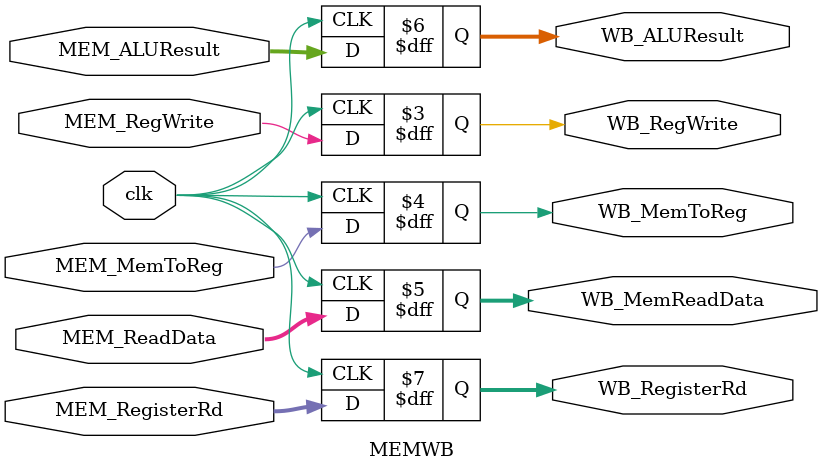
<source format=v>
`timescale 1ns / 1ps


module MEMWB(clk, 
             MEM_RegWrite, MEM_MemToReg, MEM_ReadData, MEM_ALUResult, MEM_RegisterRd,
             WB_RegWrite, WB_MemToReg, WB_MemReadData, WB_ALUResult, WB_RegisterRd);

    input clk, MEM_RegWrite, MEM_MemToReg;
    input [31:0] MEM_ReadData, MEM_ALUResult;
    input [4:0] MEM_RegisterRd;
    output reg WB_RegWrite, WB_MemToReg;
    output reg [31:0] WB_MemReadData, WB_ALUResult;
    output reg [4:0] WB_RegisterRd;

    initial begin
        WB_RegWrite = 1'b0;
        WB_MemToReg = 1'b0;
        WB_MemReadData = 32'b0;
        WB_ALUResult = 32'b0;
        WB_RegisterRd = 5'b0;
    end

    always @ (posedge clk) begin
        WB_RegWrite = MEM_RegWrite;
        WB_MemToReg = MEM_MemToReg;
        WB_MemReadData = MEM_ReadData;
        WB_ALUResult = MEM_ALUResult;
        WB_RegisterRd = MEM_RegisterRd;
    end
    
endmodule

</source>
